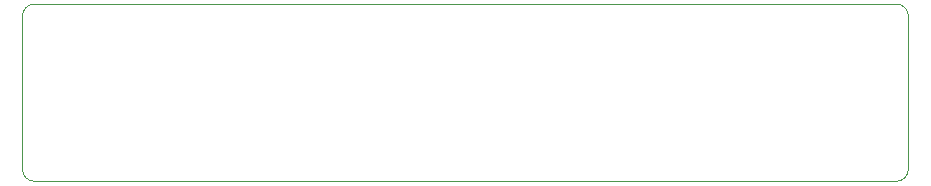
<source format=gm1>
G04 #@! TF.GenerationSoftware,KiCad,Pcbnew,(5.1.2)-1*
G04 #@! TF.CreationDate,2021-06-02T21:36:33+09:00*
G04 #@! TF.ProjectId,es,65732e6b-6963-4616-945f-706362585858,v1.3*
G04 #@! TF.SameCoordinates,Original*
G04 #@! TF.FileFunction,Profile,NP*
%FSLAX46Y46*%
G04 Gerber Fmt 4.6, Leading zero omitted, Abs format (unit mm)*
G04 Created by KiCad (PCBNEW (5.1.2)-1) date 2021-06-02 21:36:33*
%MOMM*%
%LPD*%
G04 APERTURE LIST*
%ADD10C,0.050000*%
G04 APERTURE END LIST*
D10*
X209000000Y-79000000D02*
G75*
G02X210000000Y-80000000I0J-1000000D01*
G01*
X210000000Y-93000000D02*
G75*
G02X209000000Y-94000000I-1000000J0D01*
G01*
X136000000Y-94000000D02*
G75*
G02X135000000Y-93000000I0J1000000D01*
G01*
X135000000Y-80000000D02*
G75*
G02X136000000Y-79000000I1000000J0D01*
G01*
X210000000Y-80000000D02*
X210000000Y-93000000D01*
X135000000Y-80000000D02*
X135000000Y-93000000D01*
X136000000Y-94000000D02*
X209000000Y-94000000D01*
X136000000Y-79000000D02*
X209000000Y-79000000D01*
M02*

</source>
